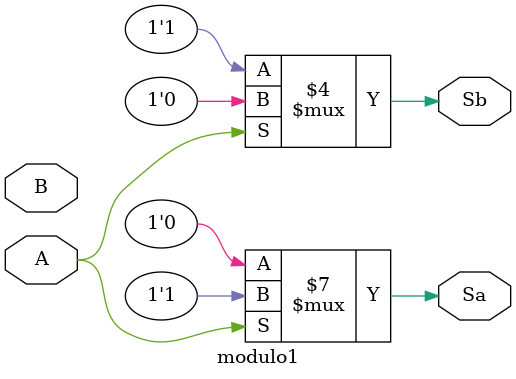
<source format=v>
module modulo1(A, B, Sa, Sb);

    input A, B;
    output reg Sa, Sb;

    always @(A or B) begin
        if(A == 1'b1) begin
            Sa = 1'b1;
            Sb = 1'b0;
        end
        else begin
            Sa = 1'b0;
            Sb = 1'b1;
        end
    end

endmodule

</source>
